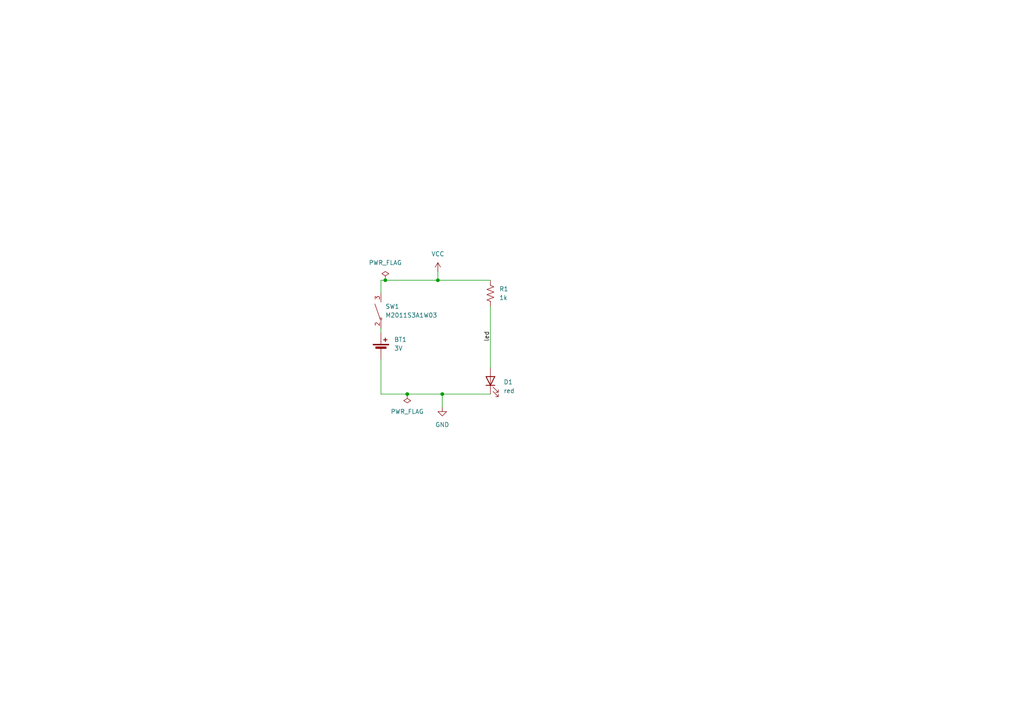
<source format=kicad_sch>
(kicad_sch
	(version 20250114)
	(generator "eeschema")
	(generator_version "9.0")
	(uuid "bf36b4ee-449e-415b-b9f9-09b0e4482100")
	(paper "A4")
	(title_block
		(title "Getting Started Kicad Official Tutorials")
		(date "08-11-2025")
		(rev "1.0")
	)
	(lib_symbols
		(symbol "Device:Battery_Cell"
			(pin_numbers
				(hide yes)
			)
			(pin_names
				(offset 0)
				(hide yes)
			)
			(exclude_from_sim no)
			(in_bom yes)
			(on_board yes)
			(property "Reference" "BT"
				(at 2.54 2.54 0)
				(effects
					(font
						(size 1.27 1.27)
					)
					(justify left)
				)
			)
			(property "Value" "Battery_Cell"
				(at 2.54 0 0)
				(effects
					(font
						(size 1.27 1.27)
					)
					(justify left)
				)
			)
			(property "Footprint" ""
				(at 0 1.524 90)
				(effects
					(font
						(size 1.27 1.27)
					)
					(hide yes)
				)
			)
			(property "Datasheet" "~"
				(at 0 1.524 90)
				(effects
					(font
						(size 1.27 1.27)
					)
					(hide yes)
				)
			)
			(property "Description" "Single-cell battery"
				(at 0 0 0)
				(effects
					(font
						(size 1.27 1.27)
					)
					(hide yes)
				)
			)
			(property "ki_keywords" "battery cell"
				(at 0 0 0)
				(effects
					(font
						(size 1.27 1.27)
					)
					(hide yes)
				)
			)
			(symbol "Battery_Cell_0_1"
				(rectangle
					(start -2.286 1.778)
					(end 2.286 1.524)
					(stroke
						(width 0)
						(type default)
					)
					(fill
						(type outline)
					)
				)
				(rectangle
					(start -1.524 1.016)
					(end 1.524 0.508)
					(stroke
						(width 0)
						(type default)
					)
					(fill
						(type outline)
					)
				)
				(polyline
					(pts
						(xy 0 1.778) (xy 0 2.54)
					)
					(stroke
						(width 0)
						(type default)
					)
					(fill
						(type none)
					)
				)
				(polyline
					(pts
						(xy 0 0.762) (xy 0 0)
					)
					(stroke
						(width 0)
						(type default)
					)
					(fill
						(type none)
					)
				)
				(polyline
					(pts
						(xy 0.762 3.048) (xy 1.778 3.048)
					)
					(stroke
						(width 0.254)
						(type default)
					)
					(fill
						(type none)
					)
				)
				(polyline
					(pts
						(xy 1.27 3.556) (xy 1.27 2.54)
					)
					(stroke
						(width 0.254)
						(type default)
					)
					(fill
						(type none)
					)
				)
			)
			(symbol "Battery_Cell_1_1"
				(pin passive line
					(at 0 5.08 270)
					(length 2.54)
					(name "+"
						(effects
							(font
								(size 1.27 1.27)
							)
						)
					)
					(number "1"
						(effects
							(font
								(size 1.27 1.27)
							)
						)
					)
				)
				(pin passive line
					(at 0 -2.54 90)
					(length 2.54)
					(name "-"
						(effects
							(font
								(size 1.27 1.27)
							)
						)
					)
					(number "2"
						(effects
							(font
								(size 1.27 1.27)
							)
						)
					)
				)
			)
			(embedded_fonts no)
		)
		(symbol "Device:LED"
			(pin_numbers
				(hide yes)
			)
			(pin_names
				(offset 1.016)
				(hide yes)
			)
			(exclude_from_sim no)
			(in_bom yes)
			(on_board yes)
			(property "Reference" "D"
				(at 0 2.54 0)
				(effects
					(font
						(size 1.27 1.27)
					)
				)
			)
			(property "Value" "LED"
				(at 0 -2.54 0)
				(effects
					(font
						(size 1.27 1.27)
					)
				)
			)
			(property "Footprint" ""
				(at 0 0 0)
				(effects
					(font
						(size 1.27 1.27)
					)
					(hide yes)
				)
			)
			(property "Datasheet" "~"
				(at 0 0 0)
				(effects
					(font
						(size 1.27 1.27)
					)
					(hide yes)
				)
			)
			(property "Description" "Light emitting diode"
				(at 0 0 0)
				(effects
					(font
						(size 1.27 1.27)
					)
					(hide yes)
				)
			)
			(property "Sim.Pins" "1=K 2=A"
				(at 0 0 0)
				(effects
					(font
						(size 1.27 1.27)
					)
					(hide yes)
				)
			)
			(property "ki_keywords" "LED diode"
				(at 0 0 0)
				(effects
					(font
						(size 1.27 1.27)
					)
					(hide yes)
				)
			)
			(property "ki_fp_filters" "LED* LED_SMD:* LED_THT:*"
				(at 0 0 0)
				(effects
					(font
						(size 1.27 1.27)
					)
					(hide yes)
				)
			)
			(symbol "LED_0_1"
				(polyline
					(pts
						(xy -3.048 -0.762) (xy -4.572 -2.286) (xy -3.81 -2.286) (xy -4.572 -2.286) (xy -4.572 -1.524)
					)
					(stroke
						(width 0)
						(type default)
					)
					(fill
						(type none)
					)
				)
				(polyline
					(pts
						(xy -1.778 -0.762) (xy -3.302 -2.286) (xy -2.54 -2.286) (xy -3.302 -2.286) (xy -3.302 -1.524)
					)
					(stroke
						(width 0)
						(type default)
					)
					(fill
						(type none)
					)
				)
				(polyline
					(pts
						(xy -1.27 0) (xy 1.27 0)
					)
					(stroke
						(width 0)
						(type default)
					)
					(fill
						(type none)
					)
				)
				(polyline
					(pts
						(xy -1.27 -1.27) (xy -1.27 1.27)
					)
					(stroke
						(width 0.254)
						(type default)
					)
					(fill
						(type none)
					)
				)
				(polyline
					(pts
						(xy 1.27 -1.27) (xy 1.27 1.27) (xy -1.27 0) (xy 1.27 -1.27)
					)
					(stroke
						(width 0.254)
						(type default)
					)
					(fill
						(type none)
					)
				)
			)
			(symbol "LED_1_1"
				(pin passive line
					(at -3.81 0 0)
					(length 2.54)
					(name "K"
						(effects
							(font
								(size 1.27 1.27)
							)
						)
					)
					(number "1"
						(effects
							(font
								(size 1.27 1.27)
							)
						)
					)
				)
				(pin passive line
					(at 3.81 0 180)
					(length 2.54)
					(name "A"
						(effects
							(font
								(size 1.27 1.27)
							)
						)
					)
					(number "2"
						(effects
							(font
								(size 1.27 1.27)
							)
						)
					)
				)
			)
			(embedded_fonts no)
		)
		(symbol "Device:R_US"
			(pin_numbers
				(hide yes)
			)
			(pin_names
				(offset 0)
			)
			(exclude_from_sim no)
			(in_bom yes)
			(on_board yes)
			(property "Reference" "R"
				(at 2.54 0 90)
				(effects
					(font
						(size 1.27 1.27)
					)
				)
			)
			(property "Value" "R_US"
				(at -2.54 0 90)
				(effects
					(font
						(size 1.27 1.27)
					)
				)
			)
			(property "Footprint" ""
				(at 1.016 -0.254 90)
				(effects
					(font
						(size 1.27 1.27)
					)
					(hide yes)
				)
			)
			(property "Datasheet" "~"
				(at 0 0 0)
				(effects
					(font
						(size 1.27 1.27)
					)
					(hide yes)
				)
			)
			(property "Description" "Resistor, US symbol"
				(at 0 0 0)
				(effects
					(font
						(size 1.27 1.27)
					)
					(hide yes)
				)
			)
			(property "ki_keywords" "R res resistor"
				(at 0 0 0)
				(effects
					(font
						(size 1.27 1.27)
					)
					(hide yes)
				)
			)
			(property "ki_fp_filters" "R_*"
				(at 0 0 0)
				(effects
					(font
						(size 1.27 1.27)
					)
					(hide yes)
				)
			)
			(symbol "R_US_0_1"
				(polyline
					(pts
						(xy 0 2.286) (xy 0 2.54)
					)
					(stroke
						(width 0)
						(type default)
					)
					(fill
						(type none)
					)
				)
				(polyline
					(pts
						(xy 0 2.286) (xy 1.016 1.905) (xy 0 1.524) (xy -1.016 1.143) (xy 0 0.762)
					)
					(stroke
						(width 0)
						(type default)
					)
					(fill
						(type none)
					)
				)
				(polyline
					(pts
						(xy 0 0.762) (xy 1.016 0.381) (xy 0 0) (xy -1.016 -0.381) (xy 0 -0.762)
					)
					(stroke
						(width 0)
						(type default)
					)
					(fill
						(type none)
					)
				)
				(polyline
					(pts
						(xy 0 -0.762) (xy 1.016 -1.143) (xy 0 -1.524) (xy -1.016 -1.905) (xy 0 -2.286)
					)
					(stroke
						(width 0)
						(type default)
					)
					(fill
						(type none)
					)
				)
				(polyline
					(pts
						(xy 0 -2.286) (xy 0 -2.54)
					)
					(stroke
						(width 0)
						(type default)
					)
					(fill
						(type none)
					)
				)
			)
			(symbol "R_US_1_1"
				(pin passive line
					(at 0 3.81 270)
					(length 1.27)
					(name "~"
						(effects
							(font
								(size 1.27 1.27)
							)
						)
					)
					(number "1"
						(effects
							(font
								(size 1.27 1.27)
							)
						)
					)
				)
				(pin passive line
					(at 0 -3.81 90)
					(length 1.27)
					(name "~"
						(effects
							(font
								(size 1.27 1.27)
							)
						)
					)
					(number "2"
						(effects
							(font
								(size 1.27 1.27)
							)
						)
					)
				)
			)
			(embedded_fonts no)
		)
		(symbol "getting-started.kicad-sym:M2011S3A1W03"
			(pin_names
				(hide yes)
			)
			(exclude_from_sim no)
			(in_bom yes)
			(on_board yes)
			(property "Reference" "SW"
				(at 0 3.556 0)
				(effects
					(font
						(size 1.27 1.27)
					)
				)
			)
			(property "Value" "M2011S3A1W03"
				(at 0.254 -3.048 0)
				(effects
					(font
						(size 1.27 1.27)
					)
				)
			)
			(property "Footprint" "getting-started:Untitled"
				(at 0.254 -5.08 0)
				(effects
					(font
						(size 1.27 1.27)
					)
					(hide yes)
				)
			)
			(property "Datasheet" ""
				(at 0 0 0)
				(effects
					(font
						(size 1.27 1.27)
					)
					(hide yes)
				)
			)
			(property "Description" ""
				(at 0 0 0)
				(effects
					(font
						(size 1.27 1.27)
					)
					(hide yes)
				)
			)
			(property "ki_keywords" "spst switch toggle"
				(at 0 0 0)
				(effects
					(font
						(size 1.27 1.27)
					)
					(hide yes)
				)
			)
			(symbol "M2011S3A1W03_0_1"
				(polyline
					(pts
						(xy -2.286 0.254) (xy 2.032 1.778)
					)
					(stroke
						(width 0)
						(type default)
					)
					(fill
						(type none)
					)
				)
				(circle
					(center -2.286 0)
					(radius 0.254)
					(stroke
						(width 0)
						(type default)
					)
					(fill
						(type none)
					)
				)
			)
			(symbol "M2011S3A1W03_1_1"
				(pin passive line
					(at -5.08 0 0)
					(length 2.54)
					(name "A"
						(effects
							(font
								(size 1.27 1.27)
							)
						)
					)
					(number "2"
						(effects
							(font
								(size 1.27 1.27)
							)
						)
					)
				)
				(pin passive line
					(at 5.08 0 180)
					(length 2.54)
					(name "B"
						(effects
							(font
								(size 1.27 1.27)
							)
						)
					)
					(number "3"
						(effects
							(font
								(size 1.27 1.27)
							)
						)
					)
				)
			)
			(embedded_fonts no)
		)
		(symbol "power:GND"
			(power)
			(pin_numbers
				(hide yes)
			)
			(pin_names
				(offset 0)
				(hide yes)
			)
			(exclude_from_sim no)
			(in_bom yes)
			(on_board yes)
			(property "Reference" "#PWR"
				(at 0 -6.35 0)
				(effects
					(font
						(size 1.27 1.27)
					)
					(hide yes)
				)
			)
			(property "Value" "GND"
				(at 0 -3.81 0)
				(effects
					(font
						(size 1.27 1.27)
					)
				)
			)
			(property "Footprint" ""
				(at 0 0 0)
				(effects
					(font
						(size 1.27 1.27)
					)
					(hide yes)
				)
			)
			(property "Datasheet" ""
				(at 0 0 0)
				(effects
					(font
						(size 1.27 1.27)
					)
					(hide yes)
				)
			)
			(property "Description" "Power symbol creates a global label with name \"GND\" , ground"
				(at 0 0 0)
				(effects
					(font
						(size 1.27 1.27)
					)
					(hide yes)
				)
			)
			(property "ki_keywords" "global power"
				(at 0 0 0)
				(effects
					(font
						(size 1.27 1.27)
					)
					(hide yes)
				)
			)
			(symbol "GND_0_1"
				(polyline
					(pts
						(xy 0 0) (xy 0 -1.27) (xy 1.27 -1.27) (xy 0 -2.54) (xy -1.27 -1.27) (xy 0 -1.27)
					)
					(stroke
						(width 0)
						(type default)
					)
					(fill
						(type none)
					)
				)
			)
			(symbol "GND_1_1"
				(pin power_in line
					(at 0 0 270)
					(length 0)
					(name "~"
						(effects
							(font
								(size 1.27 1.27)
							)
						)
					)
					(number "1"
						(effects
							(font
								(size 1.27 1.27)
							)
						)
					)
				)
			)
			(embedded_fonts no)
		)
		(symbol "power:PWR_FLAG"
			(power)
			(pin_numbers
				(hide yes)
			)
			(pin_names
				(offset 0)
				(hide yes)
			)
			(exclude_from_sim no)
			(in_bom yes)
			(on_board yes)
			(property "Reference" "#FLG"
				(at 0 1.905 0)
				(effects
					(font
						(size 1.27 1.27)
					)
					(hide yes)
				)
			)
			(property "Value" "PWR_FLAG"
				(at 0 3.81 0)
				(effects
					(font
						(size 1.27 1.27)
					)
				)
			)
			(property "Footprint" ""
				(at 0 0 0)
				(effects
					(font
						(size 1.27 1.27)
					)
					(hide yes)
				)
			)
			(property "Datasheet" "~"
				(at 0 0 0)
				(effects
					(font
						(size 1.27 1.27)
					)
					(hide yes)
				)
			)
			(property "Description" "Special symbol for telling ERC where power comes from"
				(at 0 0 0)
				(effects
					(font
						(size 1.27 1.27)
					)
					(hide yes)
				)
			)
			(property "ki_keywords" "flag power"
				(at 0 0 0)
				(effects
					(font
						(size 1.27 1.27)
					)
					(hide yes)
				)
			)
			(symbol "PWR_FLAG_0_0"
				(pin power_out line
					(at 0 0 90)
					(length 0)
					(name "~"
						(effects
							(font
								(size 1.27 1.27)
							)
						)
					)
					(number "1"
						(effects
							(font
								(size 1.27 1.27)
							)
						)
					)
				)
			)
			(symbol "PWR_FLAG_0_1"
				(polyline
					(pts
						(xy 0 0) (xy 0 1.27) (xy -1.016 1.905) (xy 0 2.54) (xy 1.016 1.905) (xy 0 1.27)
					)
					(stroke
						(width 0)
						(type default)
					)
					(fill
						(type none)
					)
				)
			)
			(embedded_fonts no)
		)
		(symbol "power:VCC"
			(power)
			(pin_numbers
				(hide yes)
			)
			(pin_names
				(offset 0)
				(hide yes)
			)
			(exclude_from_sim no)
			(in_bom yes)
			(on_board yes)
			(property "Reference" "#PWR"
				(at 0 -3.81 0)
				(effects
					(font
						(size 1.27 1.27)
					)
					(hide yes)
				)
			)
			(property "Value" "VCC"
				(at 0 3.556 0)
				(effects
					(font
						(size 1.27 1.27)
					)
				)
			)
			(property "Footprint" ""
				(at 0 0 0)
				(effects
					(font
						(size 1.27 1.27)
					)
					(hide yes)
				)
			)
			(property "Datasheet" ""
				(at 0 0 0)
				(effects
					(font
						(size 1.27 1.27)
					)
					(hide yes)
				)
			)
			(property "Description" "Power symbol creates a global label with name \"VCC\""
				(at 0 0 0)
				(effects
					(font
						(size 1.27 1.27)
					)
					(hide yes)
				)
			)
			(property "ki_keywords" "global power"
				(at 0 0 0)
				(effects
					(font
						(size 1.27 1.27)
					)
					(hide yes)
				)
			)
			(symbol "VCC_0_1"
				(polyline
					(pts
						(xy -0.762 1.27) (xy 0 2.54)
					)
					(stroke
						(width 0)
						(type default)
					)
					(fill
						(type none)
					)
				)
				(polyline
					(pts
						(xy 0 2.54) (xy 0.762 1.27)
					)
					(stroke
						(width 0)
						(type default)
					)
					(fill
						(type none)
					)
				)
				(polyline
					(pts
						(xy 0 0) (xy 0 2.54)
					)
					(stroke
						(width 0)
						(type default)
					)
					(fill
						(type none)
					)
				)
			)
			(symbol "VCC_1_1"
				(pin power_in line
					(at 0 0 90)
					(length 0)
					(name "~"
						(effects
							(font
								(size 1.27 1.27)
							)
						)
					)
					(number "1"
						(effects
							(font
								(size 1.27 1.27)
							)
						)
					)
				)
			)
			(embedded_fonts no)
		)
	)
	(junction
		(at 118.11 114.3)
		(diameter 0)
		(color 0 0 0 0)
		(uuid "3602c4dd-d223-40e5-9d22-2de2f494b04f")
	)
	(junction
		(at 128.27 114.3)
		(diameter 0)
		(color 0 0 0 0)
		(uuid "408cb2a4-827d-4c69-9d05-43fc8748fbbc")
	)
	(junction
		(at 127 81.28)
		(diameter 0)
		(color 0 0 0 0)
		(uuid "59e86220-5c22-4738-8091-3228b4164347")
	)
	(junction
		(at 111.76 81.28)
		(diameter 0)
		(color 0 0 0 0)
		(uuid "ca0d2a37-5b79-49b4-8ab1-d36fa155f47b")
	)
	(wire
		(pts
			(xy 110.49 81.28) (xy 111.76 81.28)
		)
		(stroke
			(width 0)
			(type default)
		)
		(uuid "12bf5083-b3a8-48bb-93f5-13a43c83677b")
	)
	(wire
		(pts
			(xy 142.24 88.9) (xy 142.24 106.68)
		)
		(stroke
			(width 0)
			(type default)
		)
		(uuid "1ba3ea8b-c2a7-4412-8393-ddd9bc8ff2a0")
	)
	(wire
		(pts
			(xy 118.11 114.3) (xy 110.49 114.3)
		)
		(stroke
			(width 0)
			(type default)
		)
		(uuid "24c668d4-5e17-45bc-b4c3-681ea0603c9d")
	)
	(wire
		(pts
			(xy 128.27 114.3) (xy 118.11 114.3)
		)
		(stroke
			(width 0)
			(type default)
		)
		(uuid "32b5928d-d6af-4bf5-ba76-aad27913e5d7")
	)
	(wire
		(pts
			(xy 127 78.74) (xy 127 81.28)
		)
		(stroke
			(width 0)
			(type default)
		)
		(uuid "3acd4b5c-d7bc-4c52-b69b-6264c4949b94")
	)
	(wire
		(pts
			(xy 110.49 85.09) (xy 110.49 81.28)
		)
		(stroke
			(width 0)
			(type default)
		)
		(uuid "6572acb0-13dc-4ddc-a8fe-42f43d3a14ac")
	)
	(wire
		(pts
			(xy 111.76 81.28) (xy 127 81.28)
		)
		(stroke
			(width 0)
			(type default)
		)
		(uuid "8791fbcf-6f9e-4ecd-bf7d-24c1a5423b85")
	)
	(wire
		(pts
			(xy 110.49 96.52) (xy 110.49 95.25)
		)
		(stroke
			(width 0)
			(type default)
		)
		(uuid "9788b42c-e296-4e3e-b6f2-8dfd90331f73")
	)
	(wire
		(pts
			(xy 127 81.28) (xy 142.24 81.28)
		)
		(stroke
			(width 0)
			(type default)
		)
		(uuid "a41676c1-599f-4d20-a855-85747c3ae507")
	)
	(wire
		(pts
			(xy 128.27 114.3) (xy 128.27 118.11)
		)
		(stroke
			(width 0)
			(type default)
		)
		(uuid "cea2a66d-17c5-4512-938d-c602e76dcf37")
	)
	(wire
		(pts
			(xy 142.24 114.3) (xy 128.27 114.3)
		)
		(stroke
			(width 0)
			(type default)
		)
		(uuid "ef1cbd1c-e269-420c-82a7-432b9323329b")
	)
	(wire
		(pts
			(xy 110.49 104.14) (xy 110.49 114.3)
		)
		(stroke
			(width 0)
			(type default)
		)
		(uuid "f1d9d4ec-1eeb-4aa0-b1ea-51f75c9972bb")
	)
	(label "led"
		(at 142.24 99.06 90)
		(effects
			(font
				(size 1.27 1.27)
			)
			(justify left bottom)
		)
		(uuid "76c81815-bef8-4e5b-a871-2be145334c97")
	)
	(symbol
		(lib_id "power:PWR_FLAG")
		(at 111.76 81.28 0)
		(unit 1)
		(exclude_from_sim no)
		(in_bom yes)
		(on_board yes)
		(dnp no)
		(fields_autoplaced yes)
		(uuid "20b540d1-e93b-4bcf-a194-625b81f8ba01")
		(property "Reference" "#FLG01"
			(at 111.76 79.375 0)
			(effects
				(font
					(size 1.27 1.27)
				)
				(hide yes)
			)
		)
		(property "Value" "PWR_FLAG"
			(at 111.76 76.2 0)
			(effects
				(font
					(size 1.27 1.27)
				)
			)
		)
		(property "Footprint" ""
			(at 111.76 81.28 0)
			(effects
				(font
					(size 1.27 1.27)
				)
				(hide yes)
			)
		)
		(property "Datasheet" "~"
			(at 111.76 81.28 0)
			(effects
				(font
					(size 1.27 1.27)
				)
				(hide yes)
			)
		)
		(property "Description" "Special symbol for telling ERC where power comes from"
			(at 111.76 81.28 0)
			(effects
				(font
					(size 1.27 1.27)
				)
				(hide yes)
			)
		)
		(pin "1"
			(uuid "53722a11-2e3f-4297-91c1-7efabe5a9e51")
		)
		(instances
			(project ""
				(path "/bf36b4ee-449e-415b-b9f9-09b0e4482100"
					(reference "#FLG01")
					(unit 1)
				)
			)
		)
	)
	(symbol
		(lib_id "power:VCC")
		(at 127 78.74 0)
		(unit 1)
		(exclude_from_sim no)
		(in_bom yes)
		(on_board yes)
		(dnp no)
		(fields_autoplaced yes)
		(uuid "3972b4fd-26ea-4337-9af5-fd4298ebf974")
		(property "Reference" "#PWR01"
			(at 127 82.55 0)
			(effects
				(font
					(size 1.27 1.27)
				)
				(hide yes)
			)
		)
		(property "Value" "VCC"
			(at 127 73.66 0)
			(effects
				(font
					(size 1.27 1.27)
				)
			)
		)
		(property "Footprint" ""
			(at 127 78.74 0)
			(effects
				(font
					(size 1.27 1.27)
				)
				(hide yes)
			)
		)
		(property "Datasheet" ""
			(at 127 78.74 0)
			(effects
				(font
					(size 1.27 1.27)
				)
				(hide yes)
			)
		)
		(property "Description" "Power symbol creates a global label with name \"VCC\""
			(at 127 78.74 0)
			(effects
				(font
					(size 1.27 1.27)
				)
				(hide yes)
			)
		)
		(pin "1"
			(uuid "8264eb30-d188-44fa-8f50-4deabe7dd9af")
		)
		(instances
			(project ""
				(path "/bf36b4ee-449e-415b-b9f9-09b0e4482100"
					(reference "#PWR01")
					(unit 1)
				)
			)
		)
	)
	(symbol
		(lib_id "power:GND")
		(at 128.27 118.11 0)
		(unit 1)
		(exclude_from_sim no)
		(in_bom yes)
		(on_board yes)
		(dnp no)
		(fields_autoplaced yes)
		(uuid "7d256de5-3fac-47ae-bbaa-553a2708bdde")
		(property "Reference" "#PWR02"
			(at 128.27 124.46 0)
			(effects
				(font
					(size 1.27 1.27)
				)
				(hide yes)
			)
		)
		(property "Value" "GND"
			(at 128.27 123.19 0)
			(effects
				(font
					(size 1.27 1.27)
				)
			)
		)
		(property "Footprint" ""
			(at 128.27 118.11 0)
			(effects
				(font
					(size 1.27 1.27)
				)
				(hide yes)
			)
		)
		(property "Datasheet" ""
			(at 128.27 118.11 0)
			(effects
				(font
					(size 1.27 1.27)
				)
				(hide yes)
			)
		)
		(property "Description" "Power symbol creates a global label with name \"GND\" , ground"
			(at 128.27 118.11 0)
			(effects
				(font
					(size 1.27 1.27)
				)
				(hide yes)
			)
		)
		(pin "1"
			(uuid "76dbc05d-48d5-4fd0-8ce9-6122bec173d1")
		)
		(instances
			(project ""
				(path "/bf36b4ee-449e-415b-b9f9-09b0e4482100"
					(reference "#PWR02")
					(unit 1)
				)
			)
		)
	)
	(symbol
		(lib_id "Device:Battery_Cell")
		(at 110.49 101.6 0)
		(unit 1)
		(exclude_from_sim no)
		(in_bom yes)
		(on_board yes)
		(dnp no)
		(fields_autoplaced yes)
		(uuid "a088868c-a2ff-4151-95b5-eeef7e73662c")
		(property "Reference" "BT1"
			(at 114.3 98.4884 0)
			(effects
				(font
					(size 1.27 1.27)
				)
				(justify left)
			)
		)
		(property "Value" "3V"
			(at 114.3 101.0284 0)
			(effects
				(font
					(size 1.27 1.27)
				)
				(justify left)
			)
		)
		(property "Footprint" "Battery:BatteryHolder_Keystone_1058_1x2032"
			(at 110.49 100.076 90)
			(effects
				(font
					(size 1.27 1.27)
				)
				(hide yes)
			)
		)
		(property "Datasheet" "~"
			(at 110.49 100.076 90)
			(effects
				(font
					(size 1.27 1.27)
				)
				(hide yes)
			)
		)
		(property "Description" "Single-cell battery"
			(at 110.49 101.6 0)
			(effects
				(font
					(size 1.27 1.27)
				)
				(hide yes)
			)
		)
		(pin "2"
			(uuid "7c9c8495-f757-4779-b57d-b87cc079bc05")
		)
		(pin "1"
			(uuid "7643f2d6-b6e7-463e-a2e8-a4e98fcff81b")
		)
		(instances
			(project ""
				(path "/bf36b4ee-449e-415b-b9f9-09b0e4482100"
					(reference "BT1")
					(unit 1)
				)
			)
		)
	)
	(symbol
		(lib_id "Device:LED")
		(at 142.24 110.49 90)
		(unit 1)
		(exclude_from_sim no)
		(in_bom yes)
		(on_board yes)
		(dnp no)
		(fields_autoplaced yes)
		(uuid "c06c3f31-47d6-450e-925d-021a676cc43b")
		(property "Reference" "D1"
			(at 146.05 110.8074 90)
			(effects
				(font
					(size 1.27 1.27)
				)
				(justify right)
			)
		)
		(property "Value" "red"
			(at 146.05 113.3474 90)
			(effects
				(font
					(size 1.27 1.27)
				)
				(justify right)
			)
		)
		(property "Footprint" "LED_THT:LED_D5.0mm"
			(at 142.24 110.49 0)
			(effects
				(font
					(size 1.27 1.27)
				)
				(hide yes)
			)
		)
		(property "Datasheet" "~"
			(at 142.24 110.49 0)
			(effects
				(font
					(size 1.27 1.27)
				)
				(hide yes)
			)
		)
		(property "Description" "Light emitting diode"
			(at 142.24 110.49 0)
			(effects
				(font
					(size 1.27 1.27)
				)
				(hide yes)
			)
		)
		(property "Sim.Pins" "1=K 2=A"
			(at 142.24 110.49 0)
			(effects
				(font
					(size 1.27 1.27)
				)
				(hide yes)
			)
		)
		(pin "1"
			(uuid "9d1098a5-d837-4119-99b0-a546d61fc6b7")
		)
		(pin "2"
			(uuid "2549a38c-d481-48b5-9f07-012717871db4")
		)
		(instances
			(project ""
				(path "/bf36b4ee-449e-415b-b9f9-09b0e4482100"
					(reference "D1")
					(unit 1)
				)
			)
		)
	)
	(symbol
		(lib_id "Device:R_US")
		(at 142.24 85.09 0)
		(unit 1)
		(exclude_from_sim no)
		(in_bom yes)
		(on_board yes)
		(dnp no)
		(fields_autoplaced yes)
		(uuid "cbae1304-6e4a-495f-a400-1366bb0302df")
		(property "Reference" "R1"
			(at 144.78 83.8199 0)
			(effects
				(font
					(size 1.27 1.27)
				)
				(justify left)
			)
		)
		(property "Value" "1k"
			(at 144.78 86.3599 0)
			(effects
				(font
					(size 1.27 1.27)
				)
				(justify left)
			)
		)
		(property "Footprint" "Resistor_THT:R_Axial_DIN0309_L9.0mm_D3.2mm_P12.70mm_Horizontal"
			(at 143.256 85.344 90)
			(effects
				(font
					(size 1.27 1.27)
				)
				(hide yes)
			)
		)
		(property "Datasheet" "~"
			(at 142.24 85.09 0)
			(effects
				(font
					(size 1.27 1.27)
				)
				(hide yes)
			)
		)
		(property "Description" "Resistor, US symbol"
			(at 142.24 85.09 0)
			(effects
				(font
					(size 1.27 1.27)
				)
				(hide yes)
			)
		)
		(pin "2"
			(uuid "22451fb9-7953-47d0-8fb6-7f0ca619e0de")
		)
		(pin "1"
			(uuid "98f635f6-025e-4177-85f6-c6078392ea17")
		)
		(instances
			(project ""
				(path "/bf36b4ee-449e-415b-b9f9-09b0e4482100"
					(reference "R1")
					(unit 1)
				)
			)
		)
	)
	(symbol
		(lib_id "getting-started.kicad-sym:M2011S3A1W03")
		(at 110.49 90.17 90)
		(unit 1)
		(exclude_from_sim no)
		(in_bom yes)
		(on_board yes)
		(dnp no)
		(fields_autoplaced yes)
		(uuid "e74a4538-00f3-49df-9c6f-5327a661c440")
		(property "Reference" "SW1"
			(at 111.76 88.8999 90)
			(effects
				(font
					(size 1.27 1.27)
				)
				(justify right)
			)
		)
		(property "Value" "M2011S3A1W03"
			(at 111.76 91.4399 90)
			(effects
				(font
					(size 1.27 1.27)
				)
				(justify right)
			)
		)
		(property "Footprint" "getting-started:M2011S3A1W03"
			(at 115.57 89.916 0)
			(effects
				(font
					(size 1.27 1.27)
				)
				(hide yes)
			)
		)
		(property "Datasheet" ""
			(at 110.49 90.17 0)
			(effects
				(font
					(size 1.27 1.27)
				)
				(hide yes)
			)
		)
		(property "Description" ""
			(at 110.49 90.17 0)
			(effects
				(font
					(size 1.27 1.27)
				)
				(hide yes)
			)
		)
		(pin "2"
			(uuid "b40fbfba-0c20-4942-a372-9f87ccfd5eb7")
		)
		(pin "3"
			(uuid "65473eb4-c042-4348-8fcd-c35e9e6a30cd")
		)
		(instances
			(project ""
				(path "/bf36b4ee-449e-415b-b9f9-09b0e4482100"
					(reference "SW1")
					(unit 1)
				)
			)
		)
	)
	(symbol
		(lib_id "power:PWR_FLAG")
		(at 118.11 114.3 180)
		(unit 1)
		(exclude_from_sim no)
		(in_bom yes)
		(on_board yes)
		(dnp no)
		(fields_autoplaced yes)
		(uuid "f05305d3-b42d-4465-a5dc-36a998c2504c")
		(property "Reference" "#FLG02"
			(at 118.11 116.205 0)
			(effects
				(font
					(size 1.27 1.27)
				)
				(hide yes)
			)
		)
		(property "Value" "PWR_FLAG"
			(at 118.11 119.38 0)
			(effects
				(font
					(size 1.27 1.27)
				)
			)
		)
		(property "Footprint" ""
			(at 118.11 114.3 0)
			(effects
				(font
					(size 1.27 1.27)
				)
				(hide yes)
			)
		)
		(property "Datasheet" "~"
			(at 118.11 114.3 0)
			(effects
				(font
					(size 1.27 1.27)
				)
				(hide yes)
			)
		)
		(property "Description" "Special symbol for telling ERC where power comes from"
			(at 118.11 114.3 0)
			(effects
				(font
					(size 1.27 1.27)
				)
				(hide yes)
			)
		)
		(pin "1"
			(uuid "eb250e98-8460-4cbc-97fc-b9eb1d695800")
		)
		(instances
			(project ""
				(path "/bf36b4ee-449e-415b-b9f9-09b0e4482100"
					(reference "#FLG02")
					(unit 1)
				)
			)
		)
	)
	(sheet_instances
		(path "/"
			(page "1")
		)
	)
	(embedded_fonts no)
)

</source>
